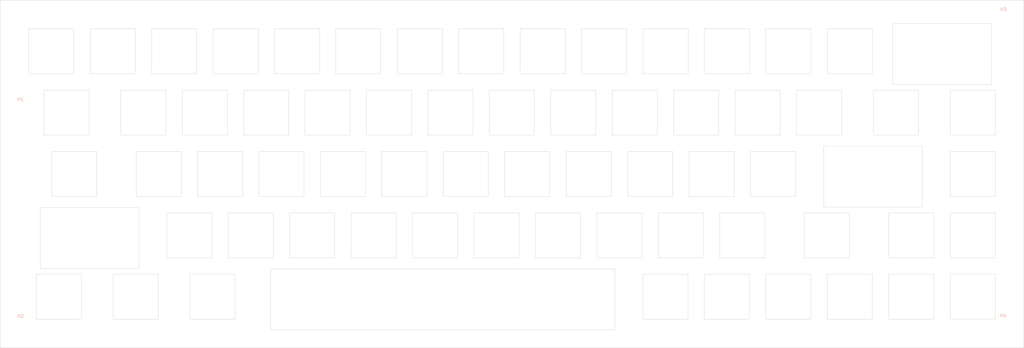
<source format=kicad_pcb>
(kicad_pcb (version 20211014) (generator pcbnew)
  (layers (0 "F.Cu" signal) (31 "B.Cu" signal) (34 "B.Paste" user) (35 "F.Paste" user) (36 "B.SilkS" user "B.Silkscreen") (37 "F.SilkS" user "F.Silkscreen") (38 "B.Mask" user) (39 "F.Mask" user) (44 "Edge.Cuts" user))
  (net 0 "")
  (footprint "MountingHole:MountingHole_2.5mm" (layer "F.Cu") (at 368.3 31.88)
    (fp_text reference "H3" (at 0 -3.5) (layer "B.SilkS"))
    (fp_text value "MountingHole")
    (pad "" np_thru_hole circle locked (at 0 0) (size 2.5 2.5) (drill 2.5) (layers *.Cu *.Mask))
  )
  (footprint "MountingHole:MountingHole_2.5mm" (layer "F.Cu") (at 368.3 127)
    (fp_text reference locked "H4" (at 0 -3.5) (layer "B.SilkS"))
    (fp_text value "MountingHole")
    (pad "" np_thru_hole circle locked (at 0 0) (size 2.5 2.5) (drill 2.5) (layers *.Cu *.Mask))
  )
  (footprint "MountingHole:MountingHole_2.5mm" (layer "F.Cu") (at 63.45 59.82)
    (fp_text reference "H1" (at 0 -3.5) (layer "B.SilkS"))
    (fp_text value "MountingHole")
    (pad "" np_thru_hole circle locked (at 0 0) (size 2.5 2.5) (drill 2.5) (layers *.Cu *.Mask))
  )
  (footprint "MountingHole:MountingHole_2.5mm" (layer "F.Cu") (at 63.5 127.13)
    (fp_text reference "H2" (at 0 -3.5) (layer "B.SilkS"))
    (fp_text value "MountingHole")
    (pad "" np_thru_hole circle locked (at 0 0) (size 2.5 2.5) (drill 2.5) (layers *.Cu *.Mask))
  )
  (gr_rect locked (start 185.08 91.56) (end 199.08 105.56) (layer "Edge.Cuts") (width 0.1) (fill none))
  (gr_rect (start 100.27 89.96) (end 69.64 108.86) (layer "Edge.Cuts") (width 0.1) (fill none))
  (gr_rect locked (start 104.16 34.41) (end 118.16 48.41) (layer "Edge.Cuts") (width 0.1) (fill none))
  (gr_rect locked (start 289.88 72.51) (end 303.88 86.51) (layer "Edge.Cuts") (width 0.1) (fill none))
  (gr_rect locked (start 199.38 34.41) (end 213.38 48.41) (layer "Edge.Cuts") (width 0.1) (fill none))
  (gr_rect locked (start 313.7 34.41) (end 327.7 48.41) (layer "Edge.Cuts") (width 0.1) (fill none))
  (gr_rect locked (start 113.67 53.46) (end 127.67 67.46) (layer "Edge.Cuts") (width 0.1) (fill none))
  (gr_rect (start 343.19 70.88) (end 312.56 89.78) (layer "Edge.Cuts") (width 0.1) (fill none))
  (gr_rect locked (start 275.56 110.61) (end 289.56 124.61) (layer "Edge.Cuts") (width 0.1) (fill none))
  (gr_rect locked (start 270.83 72.51) (end 284.83 86.51) (layer "Edge.Cuts") (width 0.1) (fill none))
  (gr_rect locked (start 242.25 91.56) (end 256.25 105.56) (layer "Edge.Cuts") (width 0.1) (fill none))
  (gr_rect locked (start 175.56 72.51) (end 189.56 86.51) (layer "Edge.Cuts") (width 0.1) (fill none))
  (gr_rect locked (start 166.03 91.56) (end 180.03 105.56) (layer "Edge.Cuts") (width 0.1) (fill none))
  (gr_rect locked (start 99.39 72.51) (end 113.39 86.51) (layer "Edge.Cuts") (width 0.1) (fill none))
  (gr_rect locked (start 127.9 91.56) (end 141.9 105.56) (layer "Edge.Cuts") (width 0.1) (fill none))
  (gr_rect locked (start 294.61 110.61) (end 308.61 124.61) (layer "Edge.Cuts") (width 0.1) (fill none))
  (gr_rect locked (start 73.17 72.51) (end 87.17 86.51) (layer "Edge.Cuts") (width 0.1) (fill none))
  (gr_rect locked (start 94.62 53.46) (end 108.62 67.46) (layer "Edge.Cuts") (width 0.1) (fill none))
  (gr_rect locked (start 208.89 53.46) (end 222.89 67.46) (layer "Edge.Cuts") (width 0.1) (fill none))
  (gr_rect locked (start 218.43 34.41) (end 232.43 48.41) (layer "Edge.Cuts") (width 0.1) (fill none))
  (gr_rect locked (start 332.78 110.61) (end 346.78 124.61) (layer "Edge.Cuts") (width 0.1) (fill none))
  (gr_rect locked (start 137.43 72.51) (end 151.43 86.51) (layer "Edge.Cuts") (width 0.1) (fill none))
  (gr_rect locked (start 280.35 91.56) (end 294.35 105.56) (layer "Edge.Cuts") (width 0.1) (fill none))
  (gr_rect locked (start 232.73 72.51) (end 246.73 86.51) (layer "Edge.Cuts") (width 0.1) (fill none))
  (gr_rect locked (start 146.98 91.56) (end 160.98 105.56) (layer "Edge.Cuts") (width 0.1) (fill none))
  (gr_rect locked (start 285.11 53.46) (end 299.11 67.46) (layer "Edge.Cuts") (width 0.1) (fill none))
  (gr_rect locked (start 151.71 53.46) (end 165.71 67.46) (layer "Edge.Cuts") (width 0.1) (fill none))
  (gr_rect locked (start 194.61 72.51) (end 208.61 86.51) (layer "Edge.Cuts") (width 0.1) (fill none))
  (gr_rect locked (start 66.03 34.41) (end 80.03 48.41) (layer "Edge.Cuts") (width 0.1) (fill none))
  (gr_rect locked (start 70.78 53.46) (end 84.78 67.46) (layer "Edge.Cuts") (width 0.1) (fill none))
  (gr_rect locked (start 275.6 34.41) (end 289.6 48.41) (layer "Edge.Cuts") (width 0.1) (fill none))
  (gr_rect locked (start 313.66 110.61) (end 327.66 124.61) (layer "Edge.Cuts") (width 0.1) (fill none))
  (gr_rect locked (start 92.24 110.61) (end 106.24 124.61) (layer "Edge.Cuts") (width 0.1) (fill none))
  (gr_rect locked (start 142.26 34.41) (end 156.26 48.41) (layer "Edge.Cuts") (width 0.1) (fill none))
  (gr_rect locked (start 161.25 34.41) (end 175.25 48.41) (layer "Edge.Cuts") (width 0.1) (fill none))
  (gr_rect (start 247.85 109.02) (end 141.09 127.92) (layer "Edge.Cuts") (width 0.1) (fill none))
  (gr_rect (start 364.595 32.8) (end 333.965 51.7) (layer "Edge.Cuts") (width 0.1) (fill none))
  (gr_rect locked (start 247.01 53.46) (end 261.01 67.46) (layer "Edge.Cuts") (width 0.1) (fill none))
  (gr_rect locked (start 256.51 110.61) (end 270.51 124.61) (layer "Edge.Cuts") (width 0.1) (fill none))
  (gr_rect locked (start 332.78 91.56) (end 346.78 105.56) (layer "Edge.Cuts") (width 0.1) (fill none))
  (gr_rect locked (start 223.2 91.56) (end 237.2 105.56) (layer "Edge.Cuts") (width 0.1) (fill none))
  (gr_rect locked (start 266.06 53.46) (end 280.06 67.46) (layer "Edge.Cuts") (width 0.1) (fill none))
  (gr_rect locked (start 156.51 72.51) (end 170.51 86.51) (layer "Edge.Cuts") (width 0.1) (fill none))
  (gr_rect locked (start 351.83 72.51) (end 365.83 86.51) (layer "Edge.Cuts") (width 0.1) (fill none))
  (gr_rect locked (start 118.44 72.51) (end 132.44 86.51) (layer "Edge.Cuts") (width 0.1) (fill none))
  (gr_rect locked (start 170.79 53.46) (end 184.79 67.46) (layer "Edge.Cuts") (width 0.1) (fill none))
  (gr_rect locked (start 213.66 72.51) (end 227.66 86.51) (layer "Edge.Cuts") (width 0.1) (fill none))
  (gr_rect locked (start 116.04 110.61) (end 130.04 124.61) (layer "Edge.Cuts") (width 0.1) (fill none))
  (gr_rect locked (start 57.2 25.53) (end 374.65 133.48) (layer "Edge.Cuts") (width 0.1) (fill none))
  (gr_rect locked (start 294.65 34.41) (end 308.65 48.41) (layer "Edge.Cuts") (width 0.1) (fill none))
  (gr_rect locked (start 204.13 91.56) (end 218.13 105.56) (layer "Edge.Cuts") (width 0.1) (fill none))
  (gr_rect locked (start 85.11 34.41) (end 99.11 48.41) (layer "Edge.Cuts") (width 0.1) (fill none))
  (gr_rect locked (start 132.72 53.46) (end 146.72 67.46) (layer "Edge.Cuts") (width 0.1) (fill none))
  (gr_rect locked (start 180.33 34.41) (end 194.33 48.41) (layer "Edge.Cuts") (width 0.1) (fill none))
  (gr_rect locked (start 123.21 34.41) (end 137.21 48.41) (layer "Edge.Cuts") (width 0.1) (fill none))
  (gr_rect locked (start 304.16 53.46) (end 318.16 67.46) (layer "Edge.Cuts") (width 0.1) (fill none))
  (gr_rect locked (start 351.83 110.58) (end 365.83 124.58) (layer "Edge.Cuts") (width 0.1) (fill none))
  (gr_rect locked (start 351.82988 91.559) (end 365.82988 105.559) (layer "Edge.Cuts") (width 0.1) (fill none))
  (gr_rect locked (start 227.94 53.46) (end 241.94 67.46) (layer "Edge.Cuts") (width 0.1) (fill none))
  (gr_rect locked (start 328.01 53.46) (end 342.01 67.46) (layer "Edge.Cuts") (width 0.1) (fill none))
  (gr_rect locked (start 256.55 34.41) (end 270.55 48.41) (layer "Edge.Cuts") (width 0.1) (fill none))
  (gr_rect locked (start 68.42 110.61) (end 82.42 124.61) (layer "Edge.Cuts") (width 0.1) (fill none))
  (gr_rect locked (start 108.91 91.56) (end 122.91 105.56) (layer "Edge.Cuts") (width 0.1) (fill none))
  (gr_rect locked (start 189.84 53.46) (end 203.84 67.46) (layer "Edge.Cuts") (width 0.1) (fill none))
  (gr_rect locked (start 306.55 91.56) (end 320.55 105.56) (layer "Edge.Cuts") (width 0.1) (fill none))
  (gr_rect locked (start 237.48 34.41) (end 251.48 48.41) (layer "Edge.Cuts") (width 0.1) (fill none))
  (gr_rect locked (start 261.3 91.56) (end 275.3 105.56) (layer "Edge.Cuts") (width 0.1) (fill none))
  (gr_rect locked (start 351.81 53.46) (end 365.81 67.46) (layer "Edge.Cuts") (width 0.1) (fill none))
  (gr_rect locked (start 251.78 72.51) (end 265.78 86.51) (layer "Edge.Cuts") (width 0.1) (fill none))
)
</source>
